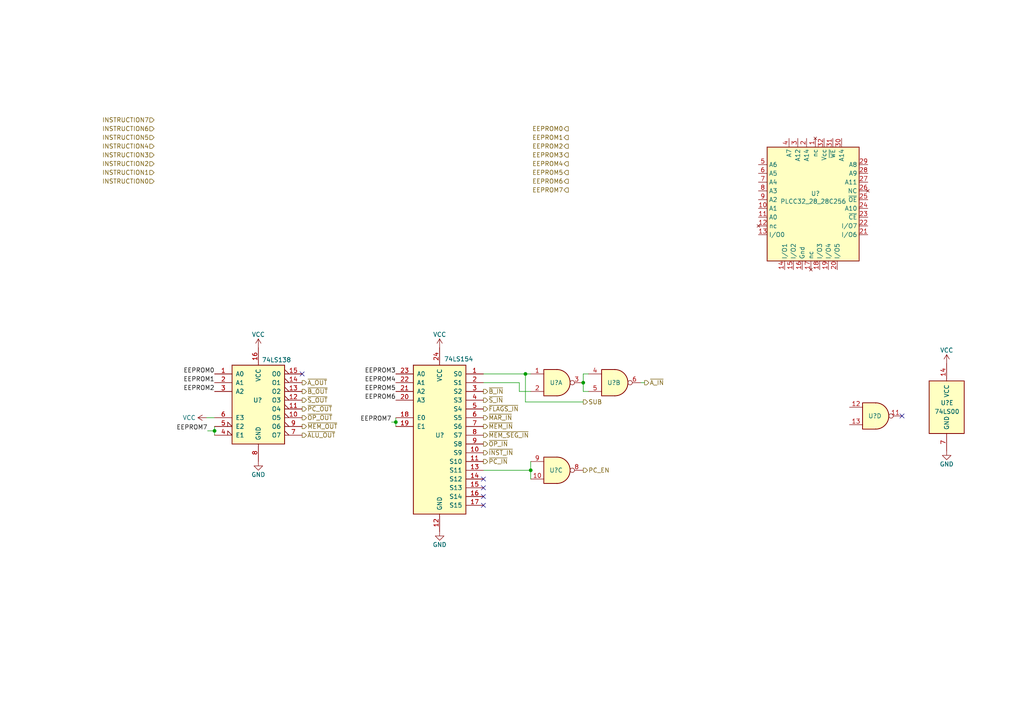
<source format=kicad_sch>
(kicad_sch (version 20211123) (generator eeschema)
  (paper "A4")
  (lib_symbols
    (symbol "74xx:74LS00" (pin_names (offset 1.016))
      (property "Reference" "U" (at 0 1.27 0))
      (property "Value" "74LS00" (at 0 -1.27 0))
      (symbol "74LS00_1_1"
        (arc (start 0 -3.81) (mid 3.81 0) (end 0 3.81) (stroke (width 0.254)) (fill (type background)))
        (polyline (pts (xy 0 3.81) (xy -3.81 3.81) (xy -3.81 -3.81) (xy 0 -3.81)) (stroke (width 0.254)) (fill (type background)))
        (pin input line (at -7.62 2.54 0) (length 3.81) (name "~") (number "1"))
        (pin input line (at -7.62 -2.54 0) (length 3.81) (name "~") (number "2"))
        (pin output inverted (at 7.62 0 180) (length 3.81) (name "~") (number "3"))
      )
      (symbol "74LS00_1_2"
        (arc (start -3.81 -3.81) (mid -2.589 0) (end -3.81 3.81) (stroke (width 0.254)))
        (arc (start -0.6096 -3.81) (mid 2.1855 -2.584) (end 3.81 0) (stroke (width 0.254)) (fill (type background)))
        (polyline (pts (xy -3.81 -3.81) (xy -0.635 -3.81)) (stroke (width 0.254)) (fill (type background)))
        (polyline (pts (xy -3.81 3.81) (xy -0.635 3.81)) (stroke (width 0.254)) (fill (type background)))
        (polyline (pts (xy -0.635 3.81) (xy -3.81 3.81) (xy -3.81 3.81) (xy -3.556 3.4036) (xy -3.0226 2.2606) (xy -2.6924 1.0414) (xy -2.6162 -0.254) (xy -2.7686 -1.4986) (xy -3.175 -2.7178) (xy -3.81 -3.81) (xy -3.81 -3.81) (xy -0.635 -3.81)) (stroke (width -25.4)) (fill (type background)))
        (arc (start 3.81 0) (mid 2.1928 2.5925) (end -0.6096 3.81) (stroke (width 0.254)) (fill (type background)))
        (pin input inverted (at -7.62 2.54 0) (length 4.318) (name "~") (number "1"))
        (pin input inverted (at -7.62 -2.54 0) (length 4.318) (name "~") (number "2"))
        (pin output line (at 7.62 0 180) (length 3.81) (name "~") (number "3"))
      )
      (symbol "74LS00_2_1"
        (arc (start 0 -3.81) (mid 3.81 0) (end 0 3.81) (stroke (width 0.254)) (fill (type background)))
        (polyline (pts (xy 0 3.81) (xy -3.81 3.81) (xy -3.81 -3.81) (xy 0 -3.81)) (stroke (width 0.254)) (fill (type background)))
        (pin input line (at -7.62 2.54 0) (length 3.81) (name "~") (number "4"))
        (pin input line (at -7.62 -2.54 0) (length 3.81) (name "~") (number "5"))
        (pin output inverted (at 7.62 0 180) (length 3.81) (name "~") (number "6"))
      )
      (symbol "74LS00_2_2"
        (arc (start -3.81 -3.81) (mid -2.589 0) (end -3.81 3.81) (stroke (width 0.254)))
        (arc (start -0.6096 -3.81) (mid 2.1855 -2.584) (end 3.81 0) (stroke (width 0.254)) (fill (type background)))
        (polyline (pts (xy -3.81 -3.81) (xy -0.635 -3.81)) (stroke (width 0.254)) (fill (type background)))
        (polyline (pts (xy -3.81 3.81) (xy -0.635 3.81)) (stroke (width 0.254)) (fill (type background)))
        (polyline (pts (xy -0.635 3.81) (xy -3.81 3.81) (xy -3.81 3.81) (xy -3.556 3.4036) (xy -3.0226 2.2606) (xy -2.6924 1.0414) (xy -2.6162 -0.254) (xy -2.7686 -1.4986) (xy -3.175 -2.7178) (xy -3.81 -3.81) (xy -3.81 -3.81) (xy -0.635 -3.81)) (stroke (width -25.4)) (fill (type background)))
        (arc (start 3.81 0) (mid 2.1928 2.5925) (end -0.6096 3.81) (stroke (width 0.254)) (fill (type background)))
        (pin input inverted (at -7.62 2.54 0) (length 4.318) (name "~") (number "4"))
        (pin input inverted (at -7.62 -2.54 0) (length 4.318) (name "~") (number "5"))
        (pin output line (at 7.62 0 180) (length 3.81) (name "~") (number "6"))
      )
      (symbol "74LS00_3_1"
        (arc (start 0 -3.81) (mid 3.81 0) (end 0 3.81) (stroke (width 0.254)) (fill (type background)))
        (polyline (pts (xy 0 3.81) (xy -3.81 3.81) (xy -3.81 -3.81) (xy 0 -3.81)) (stroke (width 0.254)) (fill (type background)))
        (pin input line (at -7.62 -2.54 0) (length 3.81) (name "~") (number "10"))
        (pin output inverted (at 7.62 0 180) (length 3.81) (name "~") (number "8"))
        (pin input line (at -7.62 2.54 0) (length 3.81) (name "~") (number "9"))
      )
      (symbol "74LS00_3_2"
        (arc (start -3.81 -3.81) (mid -2.589 0) (end -3.81 3.81) (stroke (width 0.254)))
        (arc (start -0.6096 -3.81) (mid 2.1855 -2.584) (end 3.81 0) (stroke (width 0.254)) (fill (type background)))
        (polyline (pts (xy -3.81 -3.81) (xy -0.635 -3.81)) (stroke (width 0.254)) (fill (type background)))
        (polyline (pts (xy -3.81 3.81) (xy -0.635 3.81)) (stroke (width 0.254)) (fill (type background)))
        (polyline (pts (xy -0.635 3.81) (xy -3.81 3.81) (xy -3.81 3.81) (xy -3.556 3.4036) (xy -3.0226 2.2606) (xy -2.6924 1.0414) (xy -2.6162 -0.254) (xy -2.7686 -1.4986) (xy -3.175 -2.7178) (xy -3.81 -3.81) (xy -3.81 -3.81) (xy -0.635 -3.81)) (stroke (width -25.4)) (fill (type background)))
        (arc (start 3.81 0) (mid 2.1928 2.5925) (end -0.6096 3.81) (stroke (width 0.254)) (fill (type background)))
        (pin input inverted (at -7.62 -2.54 0) (length 4.318) (name "~") (number "10"))
        (pin output line (at 7.62 0 180) (length 3.81) (name "~") (number "8"))
        (pin input inverted (at -7.62 2.54 0) (length 4.318) (name "~") (number "9"))
      )
      (symbol "74LS00_4_1"
        (arc (start 0 -3.81) (mid 3.81 0) (end 0 3.81) (stroke (width 0.254)) (fill (type background)))
        (polyline (pts (xy 0 3.81) (xy -3.81 3.81) (xy -3.81 -3.81) (xy 0 -3.81)) (stroke (width 0.254)) (fill (type background)))
        (pin output inverted (at 7.62 0 180) (length 3.81) (name "~") (number "11"))
        (pin input line (at -7.62 2.54 0) (length 3.81) (name "~") (number "12"))
        (pin input line (at -7.62 -2.54 0) (length 3.81) (name "~") (number "13"))
      )
      (symbol "74LS00_4_2"
        (arc (start -3.81 -3.81) (mid -2.589 0) (end -3.81 3.81) (stroke (width 0.254)))
        (arc (start -0.6096 -3.81) (mid 2.1855 -2.584) (end 3.81 0) (stroke (width 0.254)) (fill (type background)))
        (polyline (pts (xy -3.81 -3.81) (xy -0.635 -3.81)) (stroke (width 0.254)) (fill (type background)))
        (polyline (pts (xy -3.81 3.81) (xy -0.635 3.81)) (stroke (width 0.254)) (fill (type background)))
        (polyline (pts (xy -0.635 3.81) (xy -3.81 3.81) (xy -3.81 3.81) (xy -3.556 3.4036) (xy -3.0226 2.2606) (xy -2.6924 1.0414) (xy -2.6162 -0.254) (xy -2.7686 -1.4986) (xy -3.175 -2.7178) (xy -3.81 -3.81) (xy -3.81 -3.81) (xy -0.635 -3.81)) (stroke (width -25.4)) (fill (type background)))
        (arc (start 3.81 0) (mid 2.1928 2.5925) (end -0.6096 3.81) (stroke (width 0.254)) (fill (type background)))
        (pin output line (at 7.62 0 180) (length 3.81) (name "~") (number "11"))
        (pin input inverted (at -7.62 2.54 0) (length 4.318) (name "~") (number "12"))
        (pin input inverted (at -7.62 -2.54 0) (length 4.318) (name "~") (number "13"))
      )
      (symbol "74LS00_5_0"
        (pin power_in line (at 0 12.7 270) (length 5.08) (name "VCC") (number "14"))
        (pin power_in line (at 0 -12.7 90) (length 5.08) (name "GND") (number "7"))
      )
      (symbol "74LS00_5_1"
        (rectangle (start -5.08 7.62) (end 5.08 -7.62) (stroke (width 0.254)) (fill (type background)))
      )
    )
    (symbol "74xx:74LS138" (pin_names (offset 1.016))
      (property "Reference" "U" (at -7.62 11.43 0))
      (property "Value" "74LS138" (at -7.62 -13.97 0))
      (symbol "74LS138_1_0"
        (pin input line (at -12.7 7.62 0) (length 5.08) (name "A0") (number "1"))
        (pin output output_low (at 12.7 -5.08 180) (length 5.08) (name "O5") (number "10"))
        (pin output output_low (at 12.7 -2.54 180) (length 5.08) (name "O4") (number "11"))
        (pin output output_low (at 12.7 0 180) (length 5.08) (name "O3") (number "12"))
        (pin output output_low (at 12.7 2.54 180) (length 5.08) (name "O2") (number "13"))
        (pin output output_low (at 12.7 5.08 180) (length 5.08) (name "O1") (number "14"))
        (pin output output_low (at 12.7 7.62 180) (length 5.08) (name "O0") (number "15"))
        (pin power_in line (at 0 15.24 270) (length 5.08) (name "VCC") (number "16"))
        (pin input line (at -12.7 5.08 0) (length 5.08) (name "A1") (number "2"))
        (pin input line (at -12.7 2.54 0) (length 5.08) (name "A2") (number "3"))
        (pin input input_low (at -12.7 -10.16 0) (length 5.08) (name "E1") (number "4"))
        (pin input input_low (at -12.7 -7.62 0) (length 5.08) (name "E2") (number "5"))
        (pin input line (at -12.7 -5.08 0) (length 5.08) (name "E3") (number "6"))
        (pin output output_low (at 12.7 -10.16 180) (length 5.08) (name "O7") (number "7"))
        (pin power_in line (at 0 -17.78 90) (length 5.08) (name "GND") (number "8"))
        (pin output output_low (at 12.7 -7.62 180) (length 5.08) (name "O6") (number "9"))
      )
      (symbol "74LS138_1_1"
        (rectangle (start -7.62 10.16) (end 7.62 -12.7) (stroke (width 0.254)) (fill (type background)))
      )
    )
    (symbol "74xx:74LS154" (pin_names (offset 1.016))
      (property "Reference" "U" (at -7.62 21.59 0))
      (property "Value" "74LS154" (at -7.62 -24.13 0))
      (symbol "74LS154_1_0"
        (pin output line (at 12.7 17.78 180) (length 5.08) (name "S0") (number "1"))
        (pin output line (at 12.7 -5.08 180) (length 5.08) (name "S9") (number "10"))
        (pin output line (at 12.7 -7.62 180) (length 5.08) (name "S10") (number "11"))
        (pin power_in line (at 0 -27.94 90) (length 5.08) (name "GND") (number "12"))
        (pin output line (at 12.7 -10.16 180) (length 5.08) (name "S11") (number "13"))
        (pin output line (at 12.7 -12.7 180) (length 5.08) (name "S12") (number "14"))
        (pin output line (at 12.7 -15.24 180) (length 5.08) (name "S13") (number "15"))
        (pin output line (at 12.7 -17.78 180) (length 5.08) (name "S14") (number "16"))
        (pin output line (at 12.7 -20.32 180) (length 5.08) (name "S15") (number "17"))
        (pin input line (at -12.7 5.08 0) (length 5.08) (name "E0") (number "18"))
        (pin input line (at -12.7 2.54 0) (length 5.08) (name "E1") (number "19"))
        (pin output line (at 12.7 15.24 180) (length 5.08) (name "S1") (number "2"))
        (pin input line (at -12.7 10.16 0) (length 5.08) (name "A3") (number "20"))
        (pin input line (at -12.7 12.7 0) (length 5.08) (name "A2") (number "21"))
        (pin input line (at -12.7 15.24 0) (length 5.08) (name "A1") (number "22"))
        (pin input line (at -12.7 17.78 0) (length 5.08) (name "A0") (number "23"))
        (pin power_in line (at 0 25.4 270) (length 5.08) (name "VCC") (number "24"))
        (pin output line (at 12.7 12.7 180) (length 5.08) (name "S2") (number "3"))
        (pin output line (at 12.7 10.16 180) (length 5.08) (name "S3") (number "4"))
        (pin output line (at 12.7 7.62 180) (length 5.08) (name "S4") (number "5"))
        (pin output line (at 12.7 5.08 180) (length 5.08) (name "S5") (number "6"))
        (pin output line (at 12.7 2.54 180) (length 5.08) (name "S6") (number "7"))
        (pin output line (at 12.7 0 180) (length 5.08) (name "S7") (number "8"))
        (pin output line (at 12.7 -2.54 180) (length 5.08) (name "S8") (number "9"))
      )
      (symbol "74LS154_1_1"
        (rectangle (start -7.62 20.32) (end 7.62 -22.86) (stroke (width 0.254)) (fill (type background)))
      )
    )
    (symbol "Stephen:PLCC32_28_28C256"
      (property "Reference" "U" (at 19.05 -22.86 0))
      (property "Value" "PLCC32_28_28C256" (at 10.16 -20.32 0))
      (symbol "PLCC32_28_28C256_1_1"
        (rectangle (start -12.7 15.24) (end 13.97 -17.78) (stroke (width 0.254)) (fill (type background)))
        (pin no_connect line (at 1.27 17.78 270) (length 2.54) (name "nc") (number "1"))
        (pin input line (at -15.24 -2.54 0) (length 2.54) (name "A1") (number "10"))
        (pin input line (at -15.24 -5.08 0) (length 2.54) (name "A0") (number "11"))
        (pin no_connect line (at -15.24 -7.62 0) (length 2.54) (name "nc") (number "12"))
        (pin bidirectional line (at -15.24 -10.16 0) (length 2.54) (name "I/O0") (number "13"))
        (pin bidirectional line (at -7.62 -20.32 90) (length 2.54) (name "I/O1") (number "14"))
        (pin bidirectional line (at -5.08 -20.32 90) (length 2.54) (name "I/O2") (number "15"))
        (pin power_in line (at -2.54 -20.32 90) (length 2.54) (name "Gnd") (number "16"))
        (pin no_connect line (at 0 -20.32 90) (length 2.54) (name "nc") (number "17"))
        (pin bidirectional line (at 2.54 -20.32 90) (length 2.54) (name "I/O3") (number "18"))
        (pin bidirectional line (at 5.08 -20.32 90) (length 2.54) (name "I/O4") (number "19"))
        (pin input line (at -1.27 17.78 270) (length 2.54) (name "A14") (number "2"))
        (pin bidirectional line (at 7.62 -20.32 90) (length 2.54) (name "I/O5") (number "20"))
        (pin bidirectional line (at 16.51 -10.16 180) (length 2.54) (name "I/O6") (number "21"))
        (pin bidirectional line (at 16.51 -7.62 180) (length 2.54) (name "I/O7") (number "22"))
        (pin input line (at 16.51 -5.08 180) (length 2.54) (name "~{CE}") (number "23"))
        (pin input line (at 16.51 -2.54 180) (length 2.54) (name "A10") (number "24"))
        (pin input line (at 16.51 0 180) (length 2.54) (name "~{OE}") (number "25"))
        (pin no_connect line (at 16.51 2.54 180) (length 2.54) (name "NC") (number "26"))
        (pin input line (at 16.51 5.08 180) (length 2.54) (name "A11") (number "27"))
        (pin input line (at 16.51 7.62 180) (length 2.54) (name "A9") (number "28"))
        (pin input line (at 16.51 10.16 180) (length 2.54) (name "A8") (number "29"))
        (pin input line (at -3.81 17.78 270) (length 2.54) (name "A12") (number "3"))
        (pin input line (at 8.89 17.78 270) (length 2.54) (name "A14") (number "30"))
        (pin input line (at 6.35 17.78 270) (length 2.54) (name "~{WE}") (number "31"))
        (pin power_in line (at 3.81 17.78 270) (length 2.54) (name "Vcc") (number "32"))
        (pin input line (at -6.35 17.78 270) (length 2.54) (name "A7") (number "4"))
        (pin input line (at -15.24 10.16 0) (length 2.54) (name "A6") (number "5"))
        (pin input line (at -15.24 7.62 0) (length 2.54) (name "A5") (number "6"))
        (pin input line (at -15.24 5.08 0) (length 2.54) (name "A4") (number "7"))
        (pin input line (at -15.24 2.54 0) (length 2.54) (name "A3") (number "8"))
        (pin input line (at -15.24 0 0) (length 2.54) (name "A2") (number "9"))
      )
    )
    (symbol "power:GND" (power) (pin_names (offset 0))
      (property "Value" "GND" (at 0 -3.81 0))
      (symbol "GND_0_1"
        (polyline (pts (xy 0 0) (xy 0 -1.27) (xy 1.27 -1.27) (xy 0 -2.54) (xy -1.27 -1.27) (xy 0 -1.27)))
      )
      (symbol "GND_1_1"
        (pin power_in line (at 0 0 270) (length 0) hide (name "GND") (number "1"))
      )
    )
    (symbol "power:VCC" (power) (pin_names (offset 0))
      (property "Value" "VCC" (at 0 3.81 0))
      (symbol "VCC_0_1"
        (polyline (pts (xy -0.762 1.27) (xy 0 2.54)))
        (polyline (pts (xy 0 0) (xy 0 2.54)))
        (polyline (pts (xy 0 2.54) (xy 0.762 1.27)))
      )
      (symbol "VCC_1_1"
        (pin power_in line (at 0 0 90) (length 0) hide (name "VCC") (number "1"))
      )
    )
  )
  (junction (at 169.164 110.998))
  (junction (at 114.808 122.428))
  (junction (at 153.924 136.398))
  (junction (at 152.4 108.458))
  (junction (at 62.23 124.968))
  (no_connect (at 87.63 108.458))
  (no_connect (at 140.208 138.938))
  (no_connect (at 140.208 141.478))
  (no_connect (at 140.208 144.018))
  (no_connect (at 140.208 146.558))
  (no_connect (at 261.62 120.65))
  (wire (pts (xy 59.944 121.158) (xy 62.23 121.158)))
  (wire (pts (xy 170.688 108.458) (xy 169.164 108.458)))
  (wire (pts (xy 169.164 116.586) (xy 152.4 116.586)))
  (wire (pts (xy 169.164 113.538) (xy 170.688 113.538)))
  (wire (pts (xy 153.924 133.858) (xy 153.924 136.398)))
  (wire (pts (xy 152.4 116.586) (xy 152.4 108.458)))
  (wire (pts (xy 62.23 123.698) (xy 62.23 124.968)))
  (wire (pts (xy 60.198 124.968) (xy 62.23 124.968)))
  (wire (pts (xy 113.538 122.428) (xy 114.808 122.428)))
  (wire (pts (xy 169.164 108.458) (xy 169.164 110.998)))
  (wire (pts (xy 185.928 110.998) (xy 186.944 110.998)))
  (wire (pts (xy 150.622 110.998) (xy 150.622 113.538)))
  (wire (pts (xy 62.23 124.968) (xy 62.23 126.238)))
  (wire (pts (xy 152.4 108.458) (xy 153.924 108.458)))
  (wire (pts (xy 140.208 110.998) (xy 150.622 110.998)))
  (wire (pts (xy 114.808 122.428) (xy 114.808 123.698)))
  (wire (pts (xy 169.164 110.998) (xy 169.164 113.538)))
  (wire (pts (xy 114.808 121.158) (xy 114.808 122.428)))
  (wire (pts (xy 140.208 136.398) (xy 153.924 136.398)))
  (wire (pts (xy 153.924 136.398) (xy 153.924 138.938)))
  (wire (pts (xy 140.208 108.458) (xy 152.4 108.458)))
  (wire (pts (xy 150.622 113.538) (xy 153.924 113.538)))
  (label "EEPROM7" (at 60.198 124.968 180))
  (label "EEPROM5" (at 114.808 113.538 180))
  (label "EEPROM0" (at 62.23 108.458 180))
  (label "EEPROM1" (at 62.23 110.998 180))
  (label "EEPROM3" (at 114.808 108.458 180))
  (label "EEPROM4" (at 114.808 110.998 180))
  (label "EEPROM2" (at 62.23 113.538 180))
  (label "EEPROM7" (at 113.538 122.428 180))
  (label "EEPROM6" (at 114.808 116.078 180))
  (hierarchical_label "EEPROM2" (shape output) (at 164.846 42.418 180))
  (hierarchical_label "~{B_IN}" (shape output) (at 140.208 113.538 0))
  (hierarchical_label "~{MEM_OUT}" (shape output) (at 87.63 123.698 0))
  (hierarchical_label "~{MAR_IN}" (shape output) (at 140.208 121.158 0))
  (hierarchical_label "SUB" (shape output) (at 169.164 116.586 0))
  (hierarchical_label "~{B_OUT}" (shape output) (at 87.63 113.538 0))
  (hierarchical_label "~{S_IN}" (shape output) (at 140.208 116.078 0))
  (hierarchical_label "INSTRUCTION0" (shape input) (at 44.704 52.578 180))
  (hierarchical_label "EEPROM1" (shape output) (at 164.846 39.878 180))
  (hierarchical_label "EEPROM7" (shape output) (at 164.846 55.118 180))
  (hierarchical_label "~{INST_IN}" (shape output) (at 140.208 131.318 0))
  (hierarchical_label "EEPROM5" (shape output) (at 164.846 50.038 180))
  (hierarchical_label "INSTRUCTION2" (shape input) (at 44.704 47.498 180))
  (hierarchical_label "~{A_IN}" (shape output) (at 186.944 110.998 0))
  (hierarchical_label "~{PC_OUT}" (shape output) (at 87.63 118.618 0))
  (hierarchical_label "INSTRUCTION6" (shape input) (at 44.704 37.338 180))
  (hierarchical_label "~{OP_IN}" (shape output) (at 140.208 128.778 0))
  (hierarchical_label "~{FLAGS_IN}" (shape output) (at 140.208 118.618 0))
  (hierarchical_label "EEPROM0" (shape output) (at 164.846 37.338 180))
  (hierarchical_label "~{PC_IN}" (shape output) (at 140.208 133.858 0))
  (hierarchical_label "INSTRUCTION1" (shape input) (at 44.704 50.038 180))
  (hierarchical_label "~{A_OUT}" (shape output) (at 87.63 110.998 0))
  (hierarchical_label "INSTRUCTION4" (shape input) (at 44.704 42.418 180))
  (hierarchical_label "~{MEM_SEG_IN}" (shape output) (at 140.208 126.238 0))
  (hierarchical_label "~{S_OUT}" (shape output) (at 87.63 116.078 0))
  (hierarchical_label "EEPROM6" (shape output) (at 164.846 52.578 180))
  (hierarchical_label "~{OP_OUT}" (shape output) (at 87.63 121.158 0))
  (hierarchical_label "EEPROM3" (shape output) (at 164.846 44.958 180))
  (hierarchical_label "INSTRUCTION3" (shape input) (at 44.704 44.958 180))
  (hierarchical_label "PC_EN" (shape output) (at 169.164 136.398 0))
  (hierarchical_label "INSTRUCTION7" (shape input) (at 44.704 34.798 180))
  (hierarchical_label "EEPROM4" (shape output) (at 164.846 47.498 180))
  (hierarchical_label "~{ALU_OUT}" (shape output) (at 87.63 126.238 0))
  (hierarchical_label "INSTRUCTION5" (shape input) (at 44.704 39.878 180))
  (hierarchical_label "~{MEM_IN}" (shape output) (at 140.208 123.698 0))
  (symbol (lib_id "74xx:74LS00") (at 178.308 110.998 0) (unit 2)
    (property "Reference" "U?" (at 178.054 110.998 0))
    (property "Value" "74LS00" (effects hide))
    (property "Datasheet" "http://www.ti.com/lit/gpn/sn74ls00" (effects hide))
  )
  (symbol (lib_id "power:VCC") (at 74.93 100.838 0) (unit 1)
    (property "Reference" "#PWR?" (effects hide))
    (property "Value" "VCC" (at 74.93 97.028 0))
  )
  (symbol (lib_id "74xx:74LS154") (at 127.508 126.238 0) (unit 1)
    (property "Reference" "U?" (at 126.238 126.238 0) (effects (justify left)))
    (property "Value" "74LS154" (at 128.778 104.14 0) (effects (justify left)))
    (property "Datasheet" "http://www.ti.com/lit/gpn/sn74LS154" (effects hide))
  )
  (symbol (lib_id "74xx:74LS00") (at 254 120.65 0) (unit 4)
    (property "Reference" "U?" (at 253.746 120.65 0))
    (property "Value" "74LS00" (effects hide))
    (property "Datasheet" "http://www.ti.com/lit/gpn/sn74ls00" (effects hide))
  )
  (symbol (lib_id "power:GND") (at 74.93 133.858 0) (unit 1)
    (property "Reference" "#PWR?" (effects hide))
    (property "Value" "GND" (at 74.93 137.668 0))
  )
  (symbol (lib_id "Stephen:PLCC32_28_28C256") (at 235.204 57.912 0) (unit 1)
    (property "Reference" "U?" (at 235.204 56.134 0) (effects (justify left)))
    (property "Value" "PLCC32_28_28C256" (at 226.314 58.42 0) (effects (justify left)))
    (property "Footprint" "Stephenv6:PLCC-32-SOCKET-Microchip-32J-10_2001-B-IPC_A" (effects hide))
    (property "Datasheet" "http://ww1.microchip.com/downloads/en/DeviceDoc/doc0006.pdf" (effects hide))
  )
  (symbol (lib_id "power:VCC") (at 127.508 100.838 0) (unit 1)
    (property "Reference" "#PWR?" (effects hide))
    (property "Value" "VCC" (at 127.508 97.028 0))
  )
  (symbol (lib_id "power:GND") (at 274.574 130.81 0) (unit 1)
    (property "Reference" "#PWR?" (effects hide))
    (property "Value" "GND" (at 274.574 134.62 0))
  )
  (symbol (lib_id "power:VCC") (at 59.944 121.158 90) (unit 1)
    (property "Reference" "#PWR?" (effects hide))
    (property "Value" "VCC" (at 54.864 121.158 90))
  )
  (symbol (lib_id "74xx:74LS138") (at 74.93 116.078 0) (unit 1)
    (property "Reference" "U?" (at 73.406 116.078 0) (effects (justify left)))
    (property "Value" "74LS138" (at 75.946 104.394 0) (effects (justify left)))
    (property "Footprint" "Package_SO:TSSOP-16_4.4x5mm_P0.65mm" (effects hide))
    (property "Datasheet" "http://www.ti.com/lit/gpn/sn74LS138" (effects hide))
  )
  (symbol (lib_id "74xx:74LS00") (at 274.574 118.11 0) (unit 5)
    (property "Reference" "U?" (at 272.796 116.84 0) (effects (justify left)))
    (property "Value" "74LS00" (at 271.018 119.38 0) (effects (justify left)))
    (property "Footprint" "Package_SO:TSSOP-14_4.4x5mm_P0.65mm" (effects hide))
    (property "Datasheet" "http://www.ti.com/lit/gpn/sn74ls00" (effects hide))
  )
  (symbol (lib_id "power:GND") (at 127.508 154.178 0) (unit 1)
    (property "Reference" "#PWR?" (effects hide))
    (property "Value" "GND" (at 127.508 157.988 0))
  )
  (symbol (lib_id "power:VCC") (at 274.574 105.41 0) (unit 1)
    (property "Reference" "#PWR?" (effects hide))
    (property "Value" "VCC" (at 274.574 101.6 0))
  )
  (symbol (lib_id "74xx:74LS00") (at 161.544 110.998 0) (unit 1)
    (property "Reference" "U?" (at 161.29 110.998 0))
    (property "Value" "74LS00" (effects hide))
    (property "Datasheet" "http://www.ti.com/lit/gpn/sn74ls00" (effects hide))
  )
  (symbol (lib_id "74xx:74LS00") (at 161.544 136.398 0) (unit 3)
    (property "Reference" "U?" (at 161.29 136.398 0))
    (property "Value" "74LS00" (effects hide))
    (property "Datasheet" "http://www.ti.com/lit/gpn/sn74ls00" (effects hide))
  )
)
</source>
